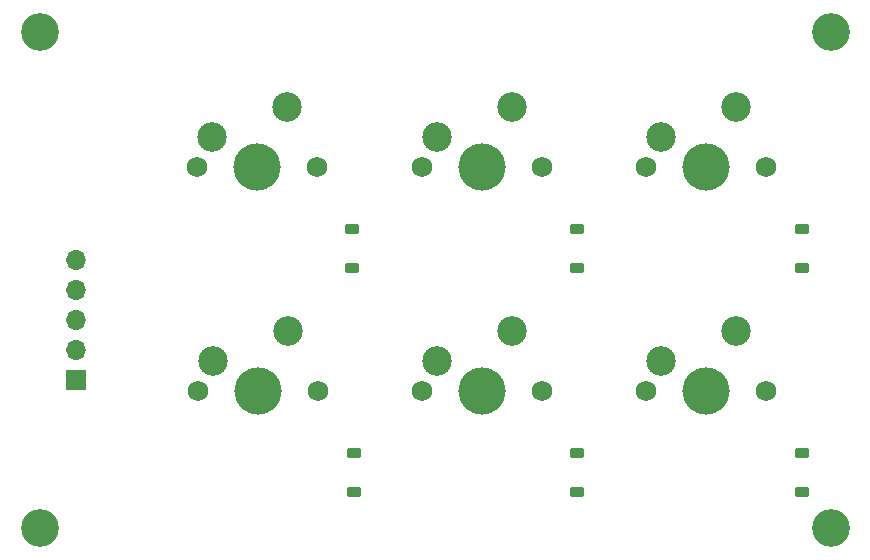
<source format=gbr>
%TF.GenerationSoftware,KiCad,Pcbnew,8.0.0*%
%TF.CreationDate,2024-03-12T01:41:40-04:00*%
%TF.ProjectId,mediaKeeb_V1,6d656469-614b-4656-9562-5f56312e6b69,rev?*%
%TF.SameCoordinates,Original*%
%TF.FileFunction,Soldermask,Bot*%
%TF.FilePolarity,Negative*%
%FSLAX46Y46*%
G04 Gerber Fmt 4.6, Leading zero omitted, Abs format (unit mm)*
G04 Created by KiCad (PCBNEW 8.0.0) date 2024-03-12 01:41:40*
%MOMM*%
%LPD*%
G01*
G04 APERTURE LIST*
G04 Aperture macros list*
%AMRoundRect*
0 Rectangle with rounded corners*
0 $1 Rounding radius*
0 $2 $3 $4 $5 $6 $7 $8 $9 X,Y pos of 4 corners*
0 Add a 4 corners polygon primitive as box body*
4,1,4,$2,$3,$4,$5,$6,$7,$8,$9,$2,$3,0*
0 Add four circle primitives for the rounded corners*
1,1,$1+$1,$2,$3*
1,1,$1+$1,$4,$5*
1,1,$1+$1,$6,$7*
1,1,$1+$1,$8,$9*
0 Add four rect primitives between the rounded corners*
20,1,$1+$1,$2,$3,$4,$5,0*
20,1,$1+$1,$4,$5,$6,$7,0*
20,1,$1+$1,$6,$7,$8,$9,0*
20,1,$1+$1,$8,$9,$2,$3,0*%
G04 Aperture macros list end*
%ADD10C,3.200000*%
%ADD11RoundRect,0.225000X0.375000X-0.225000X0.375000X0.225000X-0.375000X0.225000X-0.375000X-0.225000X0*%
%ADD12C,2.500000*%
%ADD13C,4.000000*%
%ADD14C,1.750000*%
%ADD15R,1.700000X1.700000*%
%ADD16O,1.700000X1.700000*%
G04 APERTURE END LIST*
D10*
%TO.C,H1*%
X168000000Y-51000000D03*
%TD*%
%TO.C,H4*%
X168000000Y-93000000D03*
%TD*%
%TO.C,H3*%
X101000000Y-93000000D03*
%TD*%
%TO.C,H2*%
X101000000Y-51000000D03*
%TD*%
D11*
%TO.C,D4*%
X127581250Y-90000000D03*
X127581250Y-86700000D03*
%TD*%
D12*
%TO.C,SW6*%
X153641250Y-78890000D03*
X159991250Y-76350000D03*
D13*
X157451250Y-81430000D03*
D14*
X152371250Y-81430000D03*
X162531250Y-81430000D03*
%TD*%
%TO.C,SW5*%
X143531250Y-81430000D03*
X133371250Y-81430000D03*
D13*
X138451250Y-81430000D03*
D12*
X140991250Y-76350000D03*
X134641250Y-78890000D03*
%TD*%
D14*
%TO.C,SW4*%
X124531250Y-81430000D03*
X114371250Y-81430000D03*
D13*
X119451250Y-81430000D03*
D12*
X121991250Y-76350000D03*
X115641250Y-78890000D03*
%TD*%
%TO.C,SW3*%
X153641250Y-59890000D03*
X159991250Y-57350000D03*
D13*
X157451250Y-62430000D03*
D14*
X152371250Y-62430000D03*
X162531250Y-62430000D03*
%TD*%
%TO.C,SW2*%
X143531250Y-62430000D03*
X133371250Y-62430000D03*
D13*
X138451250Y-62430000D03*
D12*
X140991250Y-57350000D03*
X134641250Y-59890000D03*
%TD*%
D14*
%TO.C,SW1*%
X124521250Y-62430000D03*
X114361250Y-62430000D03*
D13*
X119441250Y-62430000D03*
D12*
X121981250Y-57350000D03*
X115631250Y-59890000D03*
%TD*%
D15*
%TO.C,J1*%
X104081250Y-80520000D03*
D16*
X104081250Y-77980000D03*
X104081250Y-75440000D03*
X104081250Y-72900000D03*
X104081250Y-70360000D03*
%TD*%
D11*
%TO.C,D6*%
X165508750Y-90000000D03*
X165508750Y-86700000D03*
%TD*%
%TO.C,D3*%
X165556250Y-71000000D03*
X165556250Y-67700000D03*
%TD*%
%TO.C,D5*%
X146531250Y-90000000D03*
X146531250Y-86700000D03*
%TD*%
%TO.C,D2*%
X146531250Y-67700000D03*
X146531250Y-71000000D03*
%TD*%
%TO.C,D1*%
X127468750Y-71000000D03*
X127468750Y-67700000D03*
%TD*%
M02*

</source>
